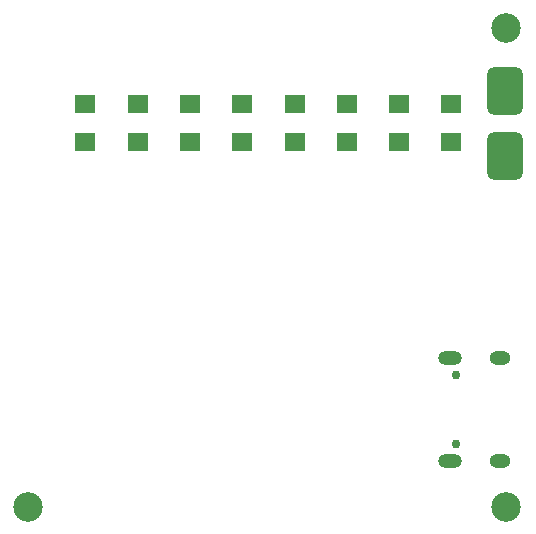
<source format=gbr>
%TF.GenerationSoftware,KiCad,Pcbnew,9.0.0-rc3-101-g1c85751bf0*%
%TF.CreationDate,2025-12-24T13:29:29+08:00*%
%TF.ProjectId,M4310_Drv,4d343331-305f-4447-9276-2e6b69636164,rev?*%
%TF.SameCoordinates,Original*%
%TF.FileFunction,Soldermask,Bot*%
%TF.FilePolarity,Negative*%
%FSLAX46Y46*%
G04 Gerber Fmt 4.6, Leading zero omitted, Abs format (unit mm)*
G04 Created by KiCad (PCBNEW 9.0.0-rc3-101-g1c85751bf0) date 2025-12-24 13:29:29*
%MOMM*%
%LPD*%
G01*
G04 APERTURE LIST*
G04 Aperture macros list*
%AMRoundRect*
0 Rectangle with rounded corners*
0 $1 Rounding radius*
0 $2 $3 $4 $5 $6 $7 $8 $9 X,Y pos of 4 corners*
0 Add a 4 corners polygon primitive as box body*
4,1,4,$2,$3,$4,$5,$6,$7,$8,$9,$2,$3,0*
0 Add four circle primitives for the rounded corners*
1,1,$1+$1,$2,$3*
1,1,$1+$1,$4,$5*
1,1,$1+$1,$6,$7*
1,1,$1+$1,$8,$9*
0 Add four rect primitives between the rounded corners*
20,1,$1+$1,$2,$3,$4,$5,0*
20,1,$1+$1,$4,$5,$6,$7,0*
20,1,$1+$1,$6,$7,$8,$9,0*
20,1,$1+$1,$8,$9,$2,$3,0*%
G04 Aperture macros list end*
%ADD10RoundRect,0.500000X-1.000000X-1.500000X1.000000X-1.500000X1.000000X1.500000X-1.000000X1.500000X0*%
%ADD11C,0.750000*%
%ADD12O,2.000000X1.200000*%
%ADD13O,1.800000X1.200000*%
%ADD14R,1.730000X1.490000*%
%ADD15C,2.500000*%
G04 APERTURE END LIST*
D10*
%TO.C,REF\u002A\u002A*%
X200375001Y-106600000D03*
%TD*%
%TO.C,REF\u002A\u002A*%
X200375001Y-101050000D03*
%TD*%
%TO.C,*%
X200400000Y-106600000D03*
%TD*%
D11*
%TO.C,USBC1*%
X196237500Y-130925000D03*
X196237500Y-125125000D03*
D12*
X195737500Y-123695000D03*
D13*
X199917500Y-123695000D03*
X199917500Y-132355000D03*
D12*
X195737500Y-132355000D03*
%TD*%
D14*
%TO.C,C40*%
X169253571Y-105365000D03*
X169253571Y-102185000D03*
%TD*%
%TO.C,C28*%
X186967857Y-105365000D03*
X186967857Y-102185000D03*
%TD*%
%TO.C,C36*%
X191396429Y-105365000D03*
X191396429Y-102185000D03*
%TD*%
%TO.C,C38*%
X178110714Y-105365000D03*
X178110714Y-102185000D03*
%TD*%
%TO.C,C37*%
X182539286Y-105365000D03*
X182539286Y-102185000D03*
%TD*%
%TO.C,C39*%
X173682143Y-105365000D03*
X173682143Y-102185000D03*
%TD*%
%TO.C,C32*%
X195825000Y-105365000D03*
X195825000Y-102185000D03*
%TD*%
%TO.C,C41*%
X164825000Y-105365000D03*
X164825000Y-102185000D03*
%TD*%
D15*
X200467767Y-95714482D03*
X159932232Y-136250013D03*
X200467767Y-136250001D03*
M02*

</source>
